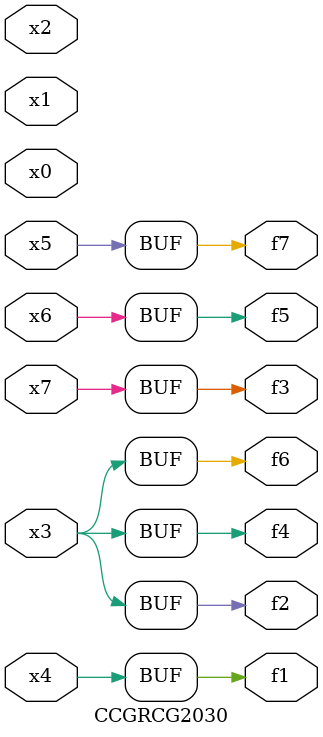
<source format=v>
module CCGRCG2030(
	input x0, x1, x2, x3, x4, x5, x6, x7,
	output f1, f2, f3, f4, f5, f6, f7
);
	assign f1 = x4;
	assign f2 = x3;
	assign f3 = x7;
	assign f4 = x3;
	assign f5 = x6;
	assign f6 = x3;
	assign f7 = x5;
endmodule

</source>
